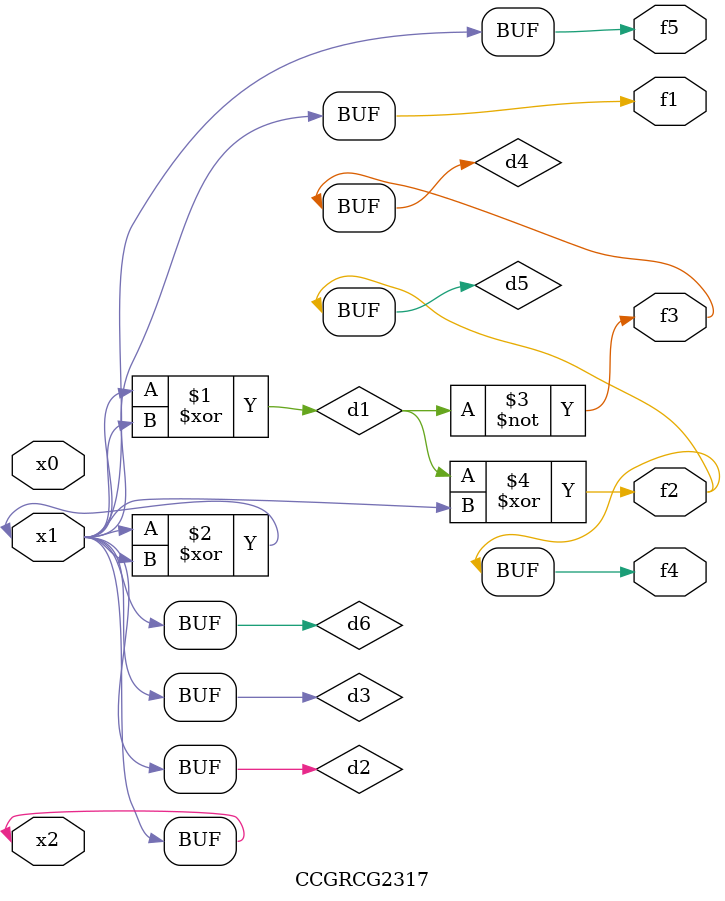
<source format=v>
module CCGRCG2317(
	input x0, x1, x2,
	output f1, f2, f3, f4, f5
);

	wire d1, d2, d3, d4, d5, d6;

	xor (d1, x1, x2);
	buf (d2, x1, x2);
	xor (d3, x1, x2);
	nor (d4, d1);
	xor (d5, d1, d2);
	buf (d6, d2, d3);
	assign f1 = d6;
	assign f2 = d5;
	assign f3 = d4;
	assign f4 = d5;
	assign f5 = d6;
endmodule

</source>
